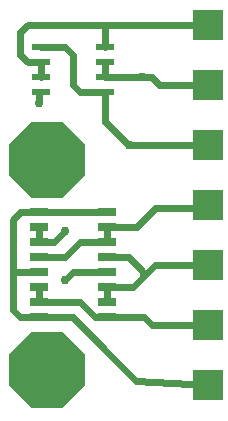
<source format=gtl>
G75*
%MOIN*%
%OFA0B0*%
%FSLAX25Y25*%
%IPPOS*%
%LPD*%
%AMOC8*
5,1,8,0,0,1.08239X$1,22.5*
%
%ADD10R,0.05906X0.02559*%
%ADD11R,0.10000X0.10000*%
%ADD12R,0.04362X0.04362*%
%ADD13R,0.05906X0.02165*%
%ADD14OC8,0.25400*%
%ADD15OC8,0.04362*%
%ADD16C,0.02400*%
%ADD17C,0.02978*%
%ADD18C,0.00300*%
D10*
X0013431Y0033500D03*
X0013431Y0038500D03*
X0013431Y0043500D03*
X0013431Y0048500D03*
X0013431Y0053500D03*
X0013431Y0058500D03*
X0013431Y0063500D03*
X0013431Y0068500D03*
X0036069Y0068500D03*
X0036069Y0063500D03*
X0036069Y0058500D03*
X0036069Y0053500D03*
X0036069Y0048500D03*
X0036069Y0043500D03*
X0036069Y0038500D03*
X0036069Y0033500D03*
D11*
X0069750Y0031000D03*
X0069750Y0011000D03*
X0069750Y0051000D03*
X0069750Y0071000D03*
X0069750Y0091000D03*
X0069750Y0111000D03*
X0069750Y0131000D03*
D12*
X0067250Y0128500D03*
X0067250Y0133500D03*
X0072250Y0133500D03*
X0072250Y0128500D03*
X0072250Y0113500D03*
X0072250Y0108500D03*
X0067250Y0108500D03*
X0067250Y0113500D03*
X0067250Y0093500D03*
X0067250Y0088500D03*
X0072250Y0088500D03*
X0072250Y0093500D03*
X0072250Y0073500D03*
X0072250Y0068500D03*
X0067250Y0068500D03*
X0067250Y0073500D03*
X0067250Y0053500D03*
X0067250Y0048500D03*
X0072250Y0048500D03*
X0072250Y0053500D03*
X0072250Y0033500D03*
X0072250Y0028500D03*
X0067250Y0028500D03*
X0067250Y0033500D03*
X0067250Y0013500D03*
X0067250Y0008500D03*
X0072250Y0008500D03*
X0072250Y0013500D03*
D13*
X0035380Y0108500D03*
X0035380Y0113500D03*
X0035380Y0118500D03*
X0035380Y0123500D03*
X0014120Y0123500D03*
X0014120Y0118500D03*
X0014120Y0113500D03*
X0014120Y0108500D03*
D14*
X0016000Y0086000D03*
X0016000Y0016000D03*
D15*
X0009125Y0009125D03*
X0006000Y0016000D03*
X0009125Y0022875D03*
X0016000Y0026000D03*
X0022875Y0022875D03*
X0026000Y0016000D03*
X0022875Y0009125D03*
X0016000Y0006000D03*
X0016000Y0076000D03*
X0022875Y0079125D03*
X0026000Y0086000D03*
X0022875Y0092875D03*
X0016000Y0096000D03*
X0009125Y0092875D03*
X0006000Y0086000D03*
X0009125Y0079125D03*
D16*
X0007250Y0068500D02*
X0004750Y0066000D01*
X0004750Y0048293D01*
X0004957Y0048500D01*
X0013431Y0048500D01*
X0013431Y0053500D02*
X0022250Y0053500D01*
X0027250Y0058500D01*
X0036069Y0058500D01*
X0036069Y0063500D01*
X0046000Y0063500D01*
X0052250Y0069750D01*
X0068500Y0069750D01*
X0069750Y0071000D01*
X0069750Y0051000D02*
X0052250Y0051000D01*
X0048260Y0047010D01*
X0048260Y0048740D01*
X0043500Y0053500D01*
X0036069Y0053500D01*
X0036069Y0048500D02*
X0024750Y0048500D01*
X0022250Y0046000D01*
X0027250Y0038500D02*
X0032250Y0033500D01*
X0036069Y0033500D01*
X0048500Y0033500D01*
X0051000Y0031000D01*
X0069750Y0031000D01*
X0069750Y0011000D02*
X0045931Y0012250D01*
X0035931Y0022319D01*
X0024750Y0033500D01*
X0013431Y0033500D01*
X0007250Y0033500D01*
X0004750Y0036000D01*
X0004750Y0048293D01*
X0013431Y0043500D02*
X0013431Y0038500D01*
X0027250Y0038500D01*
X0036069Y0038500D02*
X0036069Y0043500D01*
X0044750Y0043500D01*
X0048260Y0047010D01*
X0036069Y0068500D02*
X0013431Y0068500D01*
X0007250Y0068500D01*
X0013431Y0063500D02*
X0013431Y0058500D01*
X0018500Y0058500D01*
X0022250Y0062250D01*
X0043500Y0091000D02*
X0035380Y0098500D01*
X0035380Y0108500D01*
X0027250Y0108500D01*
X0024750Y0111000D01*
X0024750Y0121000D01*
X0022250Y0123500D01*
X0014120Y0123500D01*
X0014120Y0118500D02*
X0014120Y0113500D01*
X0014120Y0118500D02*
X0009750Y0118500D01*
X0007250Y0121000D01*
X0007250Y0128500D01*
X0009750Y0131000D01*
X0035207Y0131000D01*
X0035380Y0130827D01*
X0035380Y0123500D01*
X0035380Y0118500D02*
X0035380Y0113500D01*
X0047752Y0113500D01*
X0051000Y0113500D01*
X0053500Y0111000D01*
X0069750Y0111000D01*
X0069750Y0091000D02*
X0043500Y0091000D01*
X0035207Y0131000D02*
X0069750Y0131000D01*
X0014120Y0108500D02*
X0013500Y0107880D01*
X0013500Y0104750D01*
D17*
X0013500Y0104750D03*
X0022250Y0062250D03*
X0022250Y0046000D03*
X0043500Y0091000D03*
X0047752Y0113500D03*
D18*
X0067250Y0128500D02*
X0069750Y0131000D01*
X0072250Y0128500D01*
X0069750Y0131000D02*
X0067250Y0133500D01*
X0069750Y0131000D02*
X0072250Y0133500D01*
M02*

</source>
